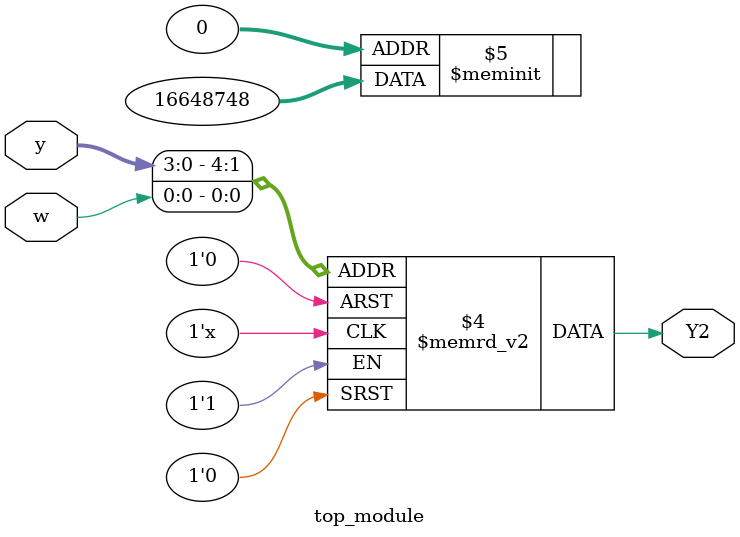
<source format=sv>
module top_module(
    input [3:0] y,
    input w,
    output reg Y2
);

always_comb begin
    case ({y, w})
        5'b00000: Y2 = 1'b0; // y = 4'h0, w = 1'b0
        5'b00001: Y2 = 1'b0; // y = 4'h0, w = 1'b1
        5'b00010: Y2 = 1'b1; // y = 4'h1, w = 1'b0
        5'b00011: Y2 = 1'b1; // y = 4'h1, w = 1'b1
        5'b00100: Y2 = 1'b0; // y = 4'h2, w = 1'b0
        5'b00101: Y2 = 1'b1; // y = 4'h2, w = 1'b1
        5'b00110: Y2 = 1'b0; // y = 4'h3, w = 1'b0
        5'b00111: Y2 = 1'b0; // y = 4'h3, w = 1'b1
        5'b01000: Y2 = 1'b0; // y = 4'h4, w = 1'b0
        5'b01001: Y2 = 1'b1; // y = 4'h4, w = 1'b1
        5'b01010: Y2 = 1'b0; // y = 4'h5, w = 1'b0
        5'b01011: Y2 = 1'b1; // y = 4'h5, w = 1'b1
        5'b01100: Y2 = 1'b0; // y = 4'h6, w = 1'b0
        5'b01101: Y2 = 1'b0; // y = 4'h6, w = 1'b1
        5'b01110: Y2 = 1'b0; // y = 4'h7, w = 1'b0
        5'b01111: Y2 = 1'b0; // y = 4'h7, w = 1'b1
        5'b10000: Y2 = 1'b0; // y = 4'h8, w = 1'b0
        5'b10001: Y2 = 1'b1; // y = 4'h8, w = 1'b1
        5'b10010: Y2 = 1'b1; // y = 4'h9, w = 1'b0
        5'b10011: Y2 = 1'b1; // y = 4'h9, w = 1'b1
        5'b10100: Y2 = 1'b1; // y = 4'hA, w = 1'b0
        5'b10101: Y2 = 1'b1; // y = 4'hA, w = 1'b1
        5'b10110: Y2 = 1'b1; // y = 4'hB, w = 1'b0
        5'b10111: Y2 = 1'b1; // y = 4'hB, w = 1'b1
        default:  Y2 = 1'b0;
    endcase
end

endmodule

</source>
